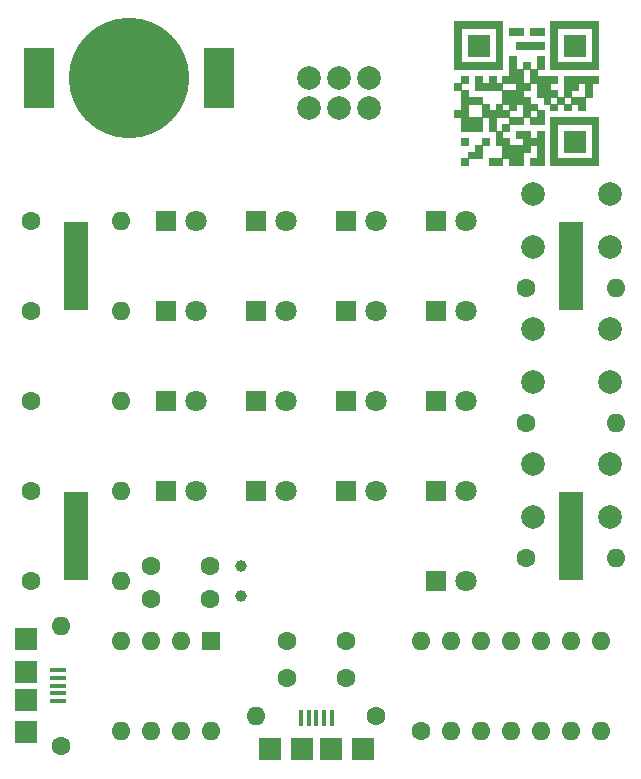
<source format=gbs>
%TF.GenerationSoftware,KiCad,Pcbnew,5.1.8-5.1.8*%
%TF.CreationDate,2022-04-18T21:07:45+02:00*%
%TF.ProjectId,usb_binary_clk,7573625f-6269-46e6-9172-795f636c6b2e,rev?*%
%TF.SameCoordinates,Original*%
%TF.FileFunction,Soldermask,Bot*%
%TF.FilePolarity,Negative*%
%FSLAX46Y46*%
G04 Gerber Fmt 4.6, Leading zero omitted, Abs format (unit mm)*
G04 Created by KiCad (PCBNEW 5.1.8-5.1.8) date 2022-04-18 21:07:45*
%MOMM*%
%LPD*%
G01*
G04 APERTURE LIST*
%ADD10C,0.010000*%
%ADD11R,2.000000X7.500000*%
%ADD12C,2.000000*%
%ADD13C,1.800000*%
%ADD14R,1.800000X1.800000*%
%ADD15O,1.600000X1.600000*%
%ADD16C,1.600000*%
%ADD17R,0.400000X1.350000*%
%ADD18R,1.900000X1.900000*%
%ADD19R,1.350000X0.400000*%
%ADD20C,10.200000*%
%ADD21R,2.500000X5.100000*%
%ADD22C,1.000000*%
%ADD23R,1.600000X1.600000*%
G04 APERTURE END LIST*
D10*
G36*
X166515143Y-43161857D02*
G01*
X168256857Y-43161857D01*
X168256857Y-41420143D01*
X166515143Y-41420143D01*
X166515143Y-43161857D01*
G37*
X166515143Y-43161857D02*
X168256857Y-43161857D01*
X168256857Y-41420143D01*
X166515143Y-41420143D01*
X166515143Y-43161857D01*
G36*
X174643143Y-43161857D02*
G01*
X176384857Y-43161857D01*
X176384857Y-41420143D01*
X174643143Y-41420143D01*
X174643143Y-43161857D01*
G37*
X174643143Y-43161857D02*
X176384857Y-43161857D01*
X176384857Y-41420143D01*
X174643143Y-41420143D01*
X174643143Y-43161857D01*
G36*
X174643143Y-51289857D02*
G01*
X176384857Y-51289857D01*
X176384857Y-49548143D01*
X174643143Y-49548143D01*
X174643143Y-51289857D01*
G37*
X174643143Y-51289857D02*
X176384857Y-51289857D01*
X176384857Y-49548143D01*
X174643143Y-49548143D01*
X174643143Y-51289857D01*
G36*
X169998571Y-41420143D02*
G01*
X171159714Y-41420143D01*
X171159714Y-40839572D01*
X169998571Y-40839572D01*
X169998571Y-41420143D01*
G37*
X169998571Y-41420143D02*
X171159714Y-41420143D01*
X171159714Y-40839572D01*
X169998571Y-40839572D01*
X169998571Y-41420143D01*
G36*
X171740285Y-41420143D02*
G01*
X172901428Y-41420143D01*
X172901428Y-40839572D01*
X171740285Y-40839572D01*
X171740285Y-41420143D01*
G37*
X171740285Y-41420143D02*
X172901428Y-41420143D01*
X172901428Y-40839572D01*
X171740285Y-40839572D01*
X171740285Y-41420143D01*
G36*
X170579143Y-42581286D02*
G01*
X172901428Y-42581286D01*
X172901428Y-42000715D01*
X170579143Y-42000715D01*
X170579143Y-42581286D01*
G37*
X170579143Y-42581286D02*
X172901428Y-42581286D01*
X172901428Y-42000715D01*
X170579143Y-42000715D01*
X170579143Y-42581286D01*
G36*
X165354000Y-44323000D02*
G01*
X169418000Y-44323000D01*
X169418000Y-40839572D01*
X168837428Y-40839572D01*
X168837428Y-43742429D01*
X165934571Y-43742429D01*
X165934571Y-40839572D01*
X168837428Y-40839572D01*
X169418000Y-40839572D01*
X169418000Y-40259000D01*
X165354000Y-40259000D01*
X165354000Y-44323000D01*
G37*
X165354000Y-44323000D02*
X169418000Y-44323000D01*
X169418000Y-40839572D01*
X168837428Y-40839572D01*
X168837428Y-43742429D01*
X165934571Y-43742429D01*
X165934571Y-40839572D01*
X168837428Y-40839572D01*
X169418000Y-40839572D01*
X169418000Y-40259000D01*
X165354000Y-40259000D01*
X165354000Y-44323000D01*
G36*
X173482000Y-44323000D02*
G01*
X177546000Y-44323000D01*
X177546000Y-40839572D01*
X176965428Y-40839572D01*
X176965428Y-43742429D01*
X174062571Y-43742429D01*
X174062571Y-40839572D01*
X176965428Y-40839572D01*
X177546000Y-40839572D01*
X177546000Y-40259000D01*
X173482000Y-40259000D01*
X173482000Y-44323000D01*
G37*
X173482000Y-44323000D02*
X177546000Y-44323000D01*
X177546000Y-40839572D01*
X176965428Y-40839572D01*
X176965428Y-43742429D01*
X174062571Y-43742429D01*
X174062571Y-40839572D01*
X176965428Y-40839572D01*
X177546000Y-40839572D01*
X177546000Y-40259000D01*
X173482000Y-40259000D01*
X173482000Y-44323000D01*
G36*
X165934571Y-50709286D02*
G01*
X166515143Y-50709286D01*
X166515143Y-50128715D01*
X165934571Y-50128715D01*
X165934571Y-50709286D01*
G37*
X165934571Y-50709286D02*
X166515143Y-50709286D01*
X166515143Y-50128715D01*
X165934571Y-50128715D01*
X165934571Y-50709286D01*
G36*
X167676285Y-51870429D02*
G01*
X167676285Y-50709286D01*
X167095714Y-50709286D01*
X167095714Y-51289857D01*
X166515143Y-51289857D01*
X166515143Y-51870429D01*
X167676285Y-51870429D01*
G37*
X167676285Y-51870429D02*
X167676285Y-50709286D01*
X167095714Y-50709286D01*
X167095714Y-51289857D01*
X166515143Y-51289857D01*
X166515143Y-51870429D01*
X167676285Y-51870429D01*
G36*
X168256857Y-50709286D02*
G01*
X168256857Y-50128715D01*
X167676285Y-50128715D01*
X167676285Y-50709286D01*
X168256857Y-50709286D01*
G37*
X168256857Y-50709286D02*
X168256857Y-50128715D01*
X167676285Y-50128715D01*
X167676285Y-50709286D01*
X168256857Y-50709286D01*
G36*
X165934571Y-51870429D02*
G01*
X165934571Y-52451000D01*
X166515143Y-52451000D01*
X166515143Y-51870429D01*
X165934571Y-51870429D01*
G37*
X165934571Y-51870429D02*
X165934571Y-52451000D01*
X166515143Y-52451000D01*
X166515143Y-51870429D01*
X165934571Y-51870429D01*
G36*
X172901428Y-44323000D02*
G01*
X172901428Y-43161857D01*
X172320857Y-43161857D01*
X172320857Y-44323000D01*
X172901428Y-44323000D01*
G37*
X172901428Y-44323000D02*
X172901428Y-43161857D01*
X172320857Y-43161857D01*
X172320857Y-44323000D01*
X172901428Y-44323000D01*
G36*
X165934571Y-45484143D02*
G01*
X165354000Y-45484143D01*
X165354000Y-46064715D01*
X165934571Y-46064715D01*
X165934571Y-45484143D01*
G37*
X165934571Y-45484143D02*
X165354000Y-45484143D01*
X165354000Y-46064715D01*
X165934571Y-46064715D01*
X165934571Y-45484143D01*
G36*
X166515143Y-45484143D02*
G01*
X166515143Y-44903572D01*
X165934571Y-44903572D01*
X165934571Y-45484143D01*
X166515143Y-45484143D01*
G37*
X166515143Y-45484143D02*
X166515143Y-44903572D01*
X165934571Y-44903572D01*
X165934571Y-45484143D01*
X166515143Y-45484143D01*
G36*
X171740285Y-44323000D02*
G01*
X171740285Y-45484143D01*
X171159714Y-45484143D01*
X170579143Y-45484143D01*
X170579143Y-46064715D01*
X169418000Y-46064715D01*
X169418000Y-45484143D01*
X170579143Y-45484143D01*
X171159714Y-45484143D01*
X171159714Y-44323000D01*
X171740285Y-44323000D01*
X171740285Y-43742429D01*
X171159714Y-43742429D01*
X171159714Y-44323000D01*
X170579143Y-44323000D01*
X170579143Y-43161857D01*
X169998571Y-43161857D01*
X169998571Y-44903572D01*
X169418000Y-44903572D01*
X169418000Y-45484143D01*
X168837428Y-45484143D01*
X168837428Y-44903572D01*
X168256857Y-44903572D01*
X168256857Y-45484143D01*
X167676285Y-45484143D01*
X167676285Y-44903572D01*
X167095714Y-44903572D01*
X167095714Y-46064715D01*
X169418000Y-46064715D01*
X169418000Y-47225857D01*
X169998571Y-47225857D01*
X169998571Y-47806429D01*
X170579143Y-47806429D01*
X170579143Y-47225857D01*
X171159714Y-47225857D01*
X171159714Y-48387000D01*
X171740285Y-48387000D01*
X171740285Y-48967572D01*
X172901428Y-48967572D01*
X172901428Y-47806429D01*
X172320857Y-47806429D01*
X172320857Y-48387000D01*
X171740285Y-48387000D01*
X171740285Y-47806429D01*
X172320857Y-47806429D01*
X172320857Y-47225857D01*
X171740285Y-47225857D01*
X171740285Y-46645286D01*
X171159714Y-46645286D01*
X171159714Y-46064715D01*
X171740285Y-46064715D01*
X171740285Y-45484143D01*
X172320857Y-45484143D01*
X172320857Y-46645286D01*
X172901428Y-46645286D01*
X172901428Y-47225857D01*
X173482000Y-47225857D01*
X173482000Y-47806429D01*
X174062571Y-47806429D01*
X174062571Y-47225857D01*
X174643143Y-47225857D01*
X174643143Y-47806429D01*
X175223714Y-47806429D01*
X175223714Y-47225857D01*
X174643143Y-47225857D01*
X174643143Y-46645286D01*
X175223714Y-46645286D01*
X175223714Y-47225857D01*
X175804285Y-47225857D01*
X175804285Y-47806429D01*
X176384857Y-47806429D01*
X176384857Y-46645286D01*
X176965428Y-46645286D01*
X176965428Y-45484143D01*
X176384857Y-45484143D01*
X176384857Y-46645286D01*
X175223714Y-46645286D01*
X175223714Y-46064715D01*
X175804285Y-46064715D01*
X175804285Y-45484143D01*
X176384857Y-45484143D01*
X176965428Y-45484143D01*
X177546000Y-45484143D01*
X177546000Y-44903572D01*
X174643143Y-44903572D01*
X174643143Y-46645286D01*
X174062571Y-46645286D01*
X174062571Y-47225857D01*
X173482000Y-47225857D01*
X173482000Y-46645286D01*
X174062571Y-46645286D01*
X174062571Y-46064715D01*
X173482000Y-46064715D01*
X173482000Y-45484143D01*
X174062571Y-45484143D01*
X174062571Y-44903572D01*
X172320857Y-44903572D01*
X172320857Y-44323000D01*
X171740285Y-44323000D01*
G37*
X171740285Y-44323000D02*
X171740285Y-45484143D01*
X171159714Y-45484143D01*
X170579143Y-45484143D01*
X170579143Y-46064715D01*
X169418000Y-46064715D01*
X169418000Y-45484143D01*
X170579143Y-45484143D01*
X171159714Y-45484143D01*
X171159714Y-44323000D01*
X171740285Y-44323000D01*
X171740285Y-43742429D01*
X171159714Y-43742429D01*
X171159714Y-44323000D01*
X170579143Y-44323000D01*
X170579143Y-43161857D01*
X169998571Y-43161857D01*
X169998571Y-44903572D01*
X169418000Y-44903572D01*
X169418000Y-45484143D01*
X168837428Y-45484143D01*
X168837428Y-44903572D01*
X168256857Y-44903572D01*
X168256857Y-45484143D01*
X167676285Y-45484143D01*
X167676285Y-44903572D01*
X167095714Y-44903572D01*
X167095714Y-46064715D01*
X169418000Y-46064715D01*
X169418000Y-47225857D01*
X169998571Y-47225857D01*
X169998571Y-47806429D01*
X170579143Y-47806429D01*
X170579143Y-47225857D01*
X171159714Y-47225857D01*
X171159714Y-48387000D01*
X171740285Y-48387000D01*
X171740285Y-48967572D01*
X172901428Y-48967572D01*
X172901428Y-47806429D01*
X172320857Y-47806429D01*
X172320857Y-48387000D01*
X171740285Y-48387000D01*
X171740285Y-47806429D01*
X172320857Y-47806429D01*
X172320857Y-47225857D01*
X171740285Y-47225857D01*
X171740285Y-46645286D01*
X171159714Y-46645286D01*
X171159714Y-46064715D01*
X171740285Y-46064715D01*
X171740285Y-45484143D01*
X172320857Y-45484143D01*
X172320857Y-46645286D01*
X172901428Y-46645286D01*
X172901428Y-47225857D01*
X173482000Y-47225857D01*
X173482000Y-47806429D01*
X174062571Y-47806429D01*
X174062571Y-47225857D01*
X174643143Y-47225857D01*
X174643143Y-47806429D01*
X175223714Y-47806429D01*
X175223714Y-47225857D01*
X174643143Y-47225857D01*
X174643143Y-46645286D01*
X175223714Y-46645286D01*
X175223714Y-47225857D01*
X175804285Y-47225857D01*
X175804285Y-47806429D01*
X176384857Y-47806429D01*
X176384857Y-46645286D01*
X176965428Y-46645286D01*
X176965428Y-45484143D01*
X176384857Y-45484143D01*
X176384857Y-46645286D01*
X175223714Y-46645286D01*
X175223714Y-46064715D01*
X175804285Y-46064715D01*
X175804285Y-45484143D01*
X176384857Y-45484143D01*
X176965428Y-45484143D01*
X177546000Y-45484143D01*
X177546000Y-44903572D01*
X174643143Y-44903572D01*
X174643143Y-46645286D01*
X174062571Y-46645286D01*
X174062571Y-47225857D01*
X173482000Y-47225857D01*
X173482000Y-46645286D01*
X174062571Y-46645286D01*
X174062571Y-46064715D01*
X173482000Y-46064715D01*
X173482000Y-45484143D01*
X174062571Y-45484143D01*
X174062571Y-44903572D01*
X172320857Y-44903572D01*
X172320857Y-44323000D01*
X171740285Y-44323000D01*
G36*
X168256857Y-52451000D02*
G01*
X169418000Y-52451000D01*
X169418000Y-51870429D01*
X168256857Y-51870429D01*
X168256857Y-52451000D01*
G37*
X168256857Y-52451000D02*
X169418000Y-52451000D01*
X169418000Y-51870429D01*
X168256857Y-51870429D01*
X168256857Y-52451000D01*
G36*
X165934571Y-47806429D02*
G01*
X165354000Y-47806429D01*
X165354000Y-48387000D01*
X165934571Y-48387000D01*
X165934571Y-49548143D01*
X167676285Y-49548143D01*
X167676285Y-48387000D01*
X168256857Y-48387000D01*
X168256857Y-49548143D01*
X168837428Y-49548143D01*
X168837428Y-50709286D01*
X169418000Y-50709286D01*
X169418000Y-51870429D01*
X169998571Y-51870429D01*
X169998571Y-52451000D01*
X171159714Y-52451000D01*
X171159714Y-51289857D01*
X171740285Y-51289857D01*
X171740285Y-50709286D01*
X172320857Y-50709286D01*
X172320857Y-51870429D01*
X171740285Y-51870429D01*
X171740285Y-52451000D01*
X172901428Y-52451000D01*
X172901428Y-49548143D01*
X172320857Y-49548143D01*
X172320857Y-50128715D01*
X171740285Y-50128715D01*
X171740285Y-49548143D01*
X170579143Y-49548143D01*
X170579143Y-50128715D01*
X171159714Y-50128715D01*
X171159714Y-50709286D01*
X169998571Y-50709286D01*
X169998571Y-50128715D01*
X169418000Y-50128715D01*
X169418000Y-49548143D01*
X169998571Y-49548143D01*
X169998571Y-48967572D01*
X171159714Y-48967572D01*
X171159714Y-48387000D01*
X169998571Y-48387000D01*
X169998571Y-48967572D01*
X169418000Y-48967572D01*
X169418000Y-49548143D01*
X168837428Y-49548143D01*
X168837428Y-48387000D01*
X169998571Y-48387000D01*
X169998571Y-47806429D01*
X169418000Y-47806429D01*
X169418000Y-47225857D01*
X168837428Y-47225857D01*
X168837428Y-47806429D01*
X168256857Y-47806429D01*
X168256857Y-47225857D01*
X167676285Y-47225857D01*
X167676285Y-48387000D01*
X166515143Y-48387000D01*
X166515143Y-47225857D01*
X167676285Y-47225857D01*
X167676285Y-46645286D01*
X166515143Y-46645286D01*
X166515143Y-46064715D01*
X165934571Y-46064715D01*
X165934571Y-47806429D01*
G37*
X165934571Y-47806429D02*
X165354000Y-47806429D01*
X165354000Y-48387000D01*
X165934571Y-48387000D01*
X165934571Y-49548143D01*
X167676285Y-49548143D01*
X167676285Y-48387000D01*
X168256857Y-48387000D01*
X168256857Y-49548143D01*
X168837428Y-49548143D01*
X168837428Y-50709286D01*
X169418000Y-50709286D01*
X169418000Y-51870429D01*
X169998571Y-51870429D01*
X169998571Y-52451000D01*
X171159714Y-52451000D01*
X171159714Y-51289857D01*
X171740285Y-51289857D01*
X171740285Y-50709286D01*
X172320857Y-50709286D01*
X172320857Y-51870429D01*
X171740285Y-51870429D01*
X171740285Y-52451000D01*
X172901428Y-52451000D01*
X172901428Y-49548143D01*
X172320857Y-49548143D01*
X172320857Y-50128715D01*
X171740285Y-50128715D01*
X171740285Y-49548143D01*
X170579143Y-49548143D01*
X170579143Y-50128715D01*
X171159714Y-50128715D01*
X171159714Y-50709286D01*
X169998571Y-50709286D01*
X169998571Y-50128715D01*
X169418000Y-50128715D01*
X169418000Y-49548143D01*
X169998571Y-49548143D01*
X169998571Y-48967572D01*
X171159714Y-48967572D01*
X171159714Y-48387000D01*
X169998571Y-48387000D01*
X169998571Y-48967572D01*
X169418000Y-48967572D01*
X169418000Y-49548143D01*
X168837428Y-49548143D01*
X168837428Y-48387000D01*
X169998571Y-48387000D01*
X169998571Y-47806429D01*
X169418000Y-47806429D01*
X169418000Y-47225857D01*
X168837428Y-47225857D01*
X168837428Y-47806429D01*
X168256857Y-47806429D01*
X168256857Y-47225857D01*
X167676285Y-47225857D01*
X167676285Y-48387000D01*
X166515143Y-48387000D01*
X166515143Y-47225857D01*
X167676285Y-47225857D01*
X167676285Y-46645286D01*
X166515143Y-46645286D01*
X166515143Y-46064715D01*
X165934571Y-46064715D01*
X165934571Y-47806429D01*
G36*
X173482000Y-52451000D02*
G01*
X177546000Y-52451000D01*
X177546000Y-48967572D01*
X176965428Y-48967572D01*
X176965428Y-51870429D01*
X174062571Y-51870429D01*
X174062571Y-48967572D01*
X176965428Y-48967572D01*
X177546000Y-48967572D01*
X177546000Y-48387000D01*
X173482000Y-48387000D01*
X173482000Y-52451000D01*
G37*
X173482000Y-52451000D02*
X177546000Y-52451000D01*
X177546000Y-48967572D01*
X176965428Y-48967572D01*
X176965428Y-51870429D01*
X174062571Y-51870429D01*
X174062571Y-48967572D01*
X176965428Y-48967572D01*
X177546000Y-48967572D01*
X177546000Y-48387000D01*
X173482000Y-48387000D01*
X173482000Y-52451000D01*
D11*
X133350000Y-60960000D03*
X175260000Y-60960000D03*
X175260000Y-83820000D03*
X133350000Y-83820000D03*
D12*
X172010000Y-59400000D03*
X172010000Y-54900000D03*
X178510000Y-59400000D03*
X178510000Y-54900000D03*
X172010000Y-70830000D03*
X172010000Y-66330000D03*
X178510000Y-70830000D03*
X178510000Y-66330000D03*
X172010000Y-82260000D03*
X172010000Y-77760000D03*
X178510000Y-82260000D03*
X178510000Y-77760000D03*
D13*
X166370000Y-87630000D03*
D14*
X163830000Y-87630000D03*
D15*
X132080000Y-91440000D03*
D16*
X132080000Y-101600000D03*
D12*
X153035000Y-45085000D03*
X153035000Y-47625000D03*
X158115000Y-47625000D03*
X158115000Y-45085000D03*
X155575000Y-45085000D03*
X155575000Y-47625000D03*
D15*
X148590000Y-99060000D03*
D16*
X158750000Y-99060000D03*
D15*
X179070000Y-62865000D03*
D16*
X171450000Y-62865000D03*
D15*
X179070000Y-74295000D03*
D16*
X171450000Y-74295000D03*
D15*
X137160000Y-80010000D03*
D16*
X129540000Y-80010000D03*
D15*
X179070000Y-85725000D03*
D16*
X171450000Y-85725000D03*
D15*
X137160000Y-72390000D03*
D16*
X129540000Y-72390000D03*
D15*
X137160000Y-87630000D03*
D16*
X129540000Y-87630000D03*
D15*
X137160000Y-64770000D03*
D16*
X129540000Y-64770000D03*
D15*
X137160000Y-57150000D03*
D16*
X129540000Y-57150000D03*
D17*
X154970000Y-99214000D03*
X152370000Y-99214000D03*
X154320000Y-99214000D03*
X153670000Y-99214000D03*
X153020000Y-99214000D03*
D18*
X157620000Y-101889000D03*
X154870000Y-101889000D03*
X152470000Y-101889000D03*
X149720000Y-101889000D03*
D19*
X131799000Y-97820000D03*
X131799000Y-95220000D03*
X131799000Y-97170000D03*
X131799000Y-96520000D03*
X131799000Y-95870000D03*
D18*
X129124000Y-100470000D03*
X129124000Y-97720000D03*
X129124000Y-95320000D03*
X129124000Y-92570000D03*
D20*
X137795000Y-45085000D03*
D21*
X130145000Y-45085000D03*
X145445000Y-45085000D03*
D13*
X143510000Y-72390000D03*
D14*
X140970000Y-72390000D03*
D13*
X166370000Y-80010000D03*
D14*
X163830000Y-80010000D03*
D13*
X158750000Y-80010000D03*
D14*
X156210000Y-80010000D03*
D13*
X151130000Y-80010000D03*
D14*
X148590000Y-80010000D03*
D13*
X143510000Y-80010000D03*
D14*
X140970000Y-80010000D03*
D13*
X166370000Y-72390000D03*
D14*
X163830000Y-72390000D03*
D13*
X158750000Y-72390000D03*
D14*
X156210000Y-72390000D03*
D13*
X151130000Y-72390000D03*
D14*
X148590000Y-72390000D03*
D13*
X166370000Y-64770000D03*
D14*
X163830000Y-64770000D03*
D13*
X158750000Y-64770000D03*
D14*
X156210000Y-64770000D03*
D13*
X151130000Y-64770000D03*
D14*
X148590000Y-64770000D03*
D13*
X143510000Y-64770000D03*
D14*
X140970000Y-64770000D03*
D13*
X166370000Y-57150000D03*
D14*
X163830000Y-57150000D03*
D13*
X158750000Y-57150000D03*
D14*
X156210000Y-57150000D03*
D13*
X151130000Y-57150000D03*
D14*
X148590000Y-57150000D03*
D13*
X143510000Y-57150000D03*
D14*
X140970000Y-57150000D03*
D22*
X147320000Y-88900000D03*
X147320000Y-86360000D03*
D16*
X162560000Y-100330000D03*
D15*
X177800000Y-92710000D03*
X165100000Y-100330000D03*
X175260000Y-92710000D03*
X167640000Y-100330000D03*
X172720000Y-92710000D03*
X170180000Y-100330000D03*
X170180000Y-92710000D03*
X172720000Y-100330000D03*
X167640000Y-92710000D03*
X175260000Y-100330000D03*
X165100000Y-92710000D03*
X177800000Y-100330000D03*
X162560000Y-92710000D03*
D23*
X144780000Y-92710000D03*
D15*
X137160000Y-100330000D03*
X142240000Y-92710000D03*
X139700000Y-100330000D03*
X139700000Y-92710000D03*
X142240000Y-100330000D03*
X137160000Y-92710000D03*
X144780000Y-100330000D03*
D16*
X151210000Y-95885000D03*
X156210000Y-95885000D03*
X144700000Y-86360000D03*
X139700000Y-86360000D03*
X139700000Y-89154000D03*
X144700000Y-89154000D03*
X151210000Y-92710000D03*
X156210000Y-92710000D03*
M02*

</source>
